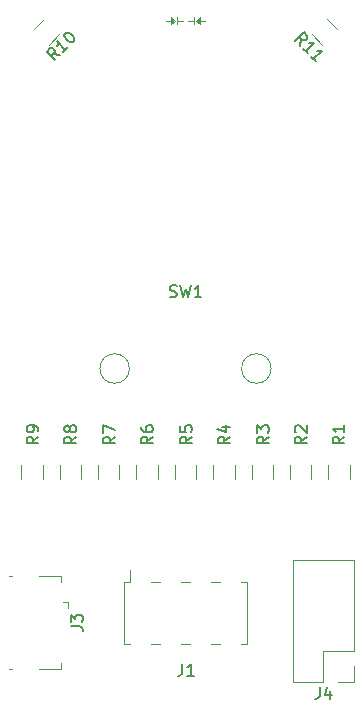
<source format=gbr>
%TF.GenerationSoftware,KiCad,Pcbnew,5.1.6-c6e7f7d~87~ubuntu20.04.1*%
%TF.CreationDate,2020-08-20T18:56:20-06:00*%
%TF.ProjectId,decade,64656361-6465-42e6-9b69-6361645f7063,rev?*%
%TF.SameCoordinates,Original*%
%TF.FileFunction,Legend,Top*%
%TF.FilePolarity,Positive*%
%FSLAX46Y46*%
G04 Gerber Fmt 4.6, Leading zero omitted, Abs format (unit mm)*
G04 Created by KiCad (PCBNEW 5.1.6-c6e7f7d~87~ubuntu20.04.1) date 2020-08-20 18:56:20*
%MOMM*%
%LPD*%
G01*
G04 APERTURE LIST*
%ADD10C,0.120000*%
%ADD11C,0.100000*%
%ADD12C,0.150000*%
G04 APERTURE END LIST*
D10*
%TO.C,D2*%
X116250000Y-51550000D02*
X116650000Y-51550000D01*
X115750000Y-51550000D02*
X115250000Y-51550000D01*
D11*
G36*
X116250000Y-51250000D02*
G01*
X115850000Y-51550000D01*
X116250000Y-51850000D01*
X116250000Y-51250000D01*
G37*
X116250000Y-51250000D02*
X115850000Y-51550000D01*
X116250000Y-51850000D01*
X116250000Y-51250000D01*
D10*
X115750000Y-51850000D02*
X115750000Y-51250000D01*
%TO.C,D1*%
X113750000Y-51550000D02*
X113350000Y-51550000D01*
X114250000Y-51550000D02*
X114750000Y-51550000D01*
D11*
G36*
X113750000Y-51850000D02*
G01*
X114150000Y-51550000D01*
X113750000Y-51250000D01*
X113750000Y-51850000D01*
G37*
X113750000Y-51850000D02*
X114150000Y-51550000D01*
X113750000Y-51250000D01*
X113750000Y-51850000D01*
D10*
X114250000Y-51250000D02*
X114250000Y-51850000D01*
%TO.C,J4*%
X129280000Y-107530000D02*
X127950000Y-107530000D01*
X129280000Y-106200000D02*
X129280000Y-107530000D01*
X126680000Y-107530000D02*
X124080000Y-107530000D01*
X126680000Y-104930000D02*
X126680000Y-107530000D01*
X129280000Y-104930000D02*
X126680000Y-104930000D01*
X124080000Y-107530000D02*
X124080000Y-97250000D01*
X129280000Y-104930000D02*
X129280000Y-97250000D01*
X129280000Y-97250000D02*
X124080000Y-97250000D01*
%TO.C,J3*%
X105037500Y-100800000D02*
X104587500Y-100800000D01*
X105037500Y-100800000D02*
X105037500Y-101250000D01*
X104487500Y-106400000D02*
X104487500Y-105950000D01*
X102637500Y-106400000D02*
X104487500Y-106400000D01*
X100087500Y-98600000D02*
X100337500Y-98600000D01*
X100087500Y-106400000D02*
X100337500Y-106400000D01*
X102637500Y-98600000D02*
X104487500Y-98600000D01*
X104487500Y-98600000D02*
X104487500Y-99050000D01*
%TO.C,R11*%
X126532256Y-53569191D02*
X125680809Y-52717744D01*
X127819191Y-52282256D02*
X126967744Y-51430809D01*
%TO.C,R10*%
X102180809Y-52282256D02*
X103032256Y-51430809D01*
X103467744Y-53569191D02*
X104319191Y-52717744D01*
%TO.C,J1*%
X110295000Y-98030000D02*
X110295000Y-99050000D01*
X110295000Y-99050000D02*
X109810000Y-99050000D01*
X109810000Y-99050000D02*
X109810000Y-104350000D01*
X109810000Y-104350000D02*
X110295000Y-104350000D01*
X119705000Y-99050000D02*
X120190000Y-99050000D01*
X120190000Y-99050000D02*
X120190000Y-104350000D01*
X120190000Y-104350000D02*
X119705000Y-104350000D01*
X112085000Y-99050000D02*
X112835000Y-99050000D01*
X112085000Y-104350000D02*
X112835000Y-104350000D01*
X114625000Y-99050000D02*
X115375000Y-99050000D01*
X114625000Y-104350000D02*
X115375000Y-104350000D01*
X117165000Y-99050000D02*
X117915000Y-99050000D01*
X117165000Y-104350000D02*
X117915000Y-104350000D01*
%TO.C,2.1MM*%
X110250000Y-81000000D02*
G75*
G03*
X110250000Y-81000000I-1250000J0D01*
G01*
X122250000Y-81000000D02*
G75*
G03*
X122250000Y-81000000I-1250000J0D01*
G01*
%TO.C,R1*%
X128910000Y-89147936D02*
X128910000Y-90352064D01*
X127090000Y-89147936D02*
X127090000Y-90352064D01*
%TO.C,R2*%
X123840000Y-90352064D02*
X123840000Y-89147936D01*
X125660000Y-90352064D02*
X125660000Y-89147936D01*
%TO.C,R3*%
X122410000Y-89147936D02*
X122410000Y-90352064D01*
X120590000Y-89147936D02*
X120590000Y-90352064D01*
%TO.C,R4*%
X117340000Y-90352064D02*
X117340000Y-89147936D01*
X119160000Y-90352064D02*
X119160000Y-89147936D01*
%TO.C,R5*%
X115910000Y-89147936D02*
X115910000Y-90352064D01*
X114090000Y-89147936D02*
X114090000Y-90352064D01*
%TO.C,R6*%
X110840000Y-90352064D02*
X110840000Y-89147936D01*
X112660000Y-90352064D02*
X112660000Y-89147936D01*
%TO.C,R7*%
X109410000Y-89147936D02*
X109410000Y-90352064D01*
X107590000Y-89147936D02*
X107590000Y-90352064D01*
%TO.C,R8*%
X104340000Y-90352064D02*
X104340000Y-89147936D01*
X106160000Y-90352064D02*
X106160000Y-89147936D01*
%TO.C,R9*%
X102910000Y-89147936D02*
X102910000Y-90352064D01*
X101090000Y-89147936D02*
X101090000Y-90352064D01*
%TO.C,J4*%
D12*
X126346666Y-107982380D02*
X126346666Y-108696666D01*
X126299047Y-108839523D01*
X126203809Y-108934761D01*
X126060952Y-108982380D01*
X125965714Y-108982380D01*
X127251428Y-108315714D02*
X127251428Y-108982380D01*
X127013333Y-107934761D02*
X126775238Y-108649047D01*
X127394285Y-108649047D01*
%TO.C,J3*%
X105289880Y-102833333D02*
X106004166Y-102833333D01*
X106147023Y-102880952D01*
X106242261Y-102976190D01*
X106289880Y-103119047D01*
X106289880Y-103214285D01*
X105289880Y-102452380D02*
X105289880Y-101833333D01*
X105670833Y-102166666D01*
X105670833Y-102023809D01*
X105718452Y-101928571D01*
X105766071Y-101880952D01*
X105861309Y-101833333D01*
X106099404Y-101833333D01*
X106194642Y-101880952D01*
X106242261Y-101928571D01*
X106289880Y-102023809D01*
X106289880Y-102309523D01*
X106242261Y-102404761D01*
X106194642Y-102452380D01*
%TO.C,R11*%
X124688615Y-53652246D02*
X124789630Y-53079827D01*
X124284554Y-53248185D02*
X124991661Y-52541079D01*
X125261035Y-52810453D01*
X125294707Y-52911468D01*
X125294707Y-52978811D01*
X125261035Y-53079827D01*
X125160020Y-53180842D01*
X125059004Y-53214514D01*
X124991661Y-53214514D01*
X124890646Y-53180842D01*
X124621272Y-52911468D01*
X125362050Y-54325682D02*
X124957989Y-53921621D01*
X125160020Y-54123651D02*
X125867127Y-53416544D01*
X125698768Y-53450216D01*
X125564081Y-53450216D01*
X125463066Y-53416544D01*
X126035485Y-54999117D02*
X125631424Y-54595056D01*
X125833455Y-54797086D02*
X126540562Y-54089979D01*
X126372203Y-54123651D01*
X126237516Y-54123651D01*
X126136501Y-54089979D01*
%TO.C,R10*%
X104367133Y-54474450D02*
X103794714Y-54373435D01*
X103963072Y-54878511D02*
X103255966Y-54171404D01*
X103525340Y-53902030D01*
X103626355Y-53868358D01*
X103693698Y-53868358D01*
X103794714Y-53902030D01*
X103895729Y-54003045D01*
X103929401Y-54104061D01*
X103929401Y-54171404D01*
X103895729Y-54272419D01*
X103626355Y-54541793D01*
X105040569Y-53801015D02*
X104636508Y-54205076D01*
X104838538Y-54003045D02*
X104131431Y-53295938D01*
X104165103Y-53464297D01*
X104165103Y-53598984D01*
X104131431Y-53700000D01*
X104771195Y-52656175D02*
X104838538Y-52588832D01*
X104939553Y-52555160D01*
X105006897Y-52555160D01*
X105107912Y-52588832D01*
X105276271Y-52689847D01*
X105444630Y-52858206D01*
X105545645Y-53026564D01*
X105579317Y-53127580D01*
X105579317Y-53194923D01*
X105545645Y-53295938D01*
X105478301Y-53363282D01*
X105377286Y-53396954D01*
X105309943Y-53396954D01*
X105208927Y-53363282D01*
X105040569Y-53262267D01*
X104872210Y-53093908D01*
X104771195Y-52925549D01*
X104737523Y-52824534D01*
X104737523Y-52757190D01*
X104771195Y-52656175D01*
%TO.C,J1*%
X114716666Y-106002380D02*
X114716666Y-106716666D01*
X114669047Y-106859523D01*
X114573809Y-106954761D01*
X114430952Y-107002380D01*
X114335714Y-107002380D01*
X115716666Y-107002380D02*
X115145238Y-107002380D01*
X115430952Y-107002380D02*
X115430952Y-106002380D01*
X115335714Y-106145238D01*
X115240476Y-106240476D01*
X115145238Y-106288095D01*
%TO.C,SW1*%
X113666666Y-74904761D02*
X113809523Y-74952380D01*
X114047619Y-74952380D01*
X114142857Y-74904761D01*
X114190476Y-74857142D01*
X114238095Y-74761904D01*
X114238095Y-74666666D01*
X114190476Y-74571428D01*
X114142857Y-74523809D01*
X114047619Y-74476190D01*
X113857142Y-74428571D01*
X113761904Y-74380952D01*
X113714285Y-74333333D01*
X113666666Y-74238095D01*
X113666666Y-74142857D01*
X113714285Y-74047619D01*
X113761904Y-74000000D01*
X113857142Y-73952380D01*
X114095238Y-73952380D01*
X114238095Y-74000000D01*
X114571428Y-73952380D02*
X114809523Y-74952380D01*
X115000000Y-74238095D01*
X115190476Y-74952380D01*
X115428571Y-73952380D01*
X116333333Y-74952380D02*
X115761904Y-74952380D01*
X116047619Y-74952380D02*
X116047619Y-73952380D01*
X115952380Y-74095238D01*
X115857142Y-74190476D01*
X115761904Y-74238095D01*
%TO.C,R1*%
X128452380Y-86766666D02*
X127976190Y-87100000D01*
X128452380Y-87338095D02*
X127452380Y-87338095D01*
X127452380Y-86957142D01*
X127500000Y-86861904D01*
X127547619Y-86814285D01*
X127642857Y-86766666D01*
X127785714Y-86766666D01*
X127880952Y-86814285D01*
X127928571Y-86861904D01*
X127976190Y-86957142D01*
X127976190Y-87338095D01*
X128452380Y-85814285D02*
X128452380Y-86385714D01*
X128452380Y-86100000D02*
X127452380Y-86100000D01*
X127595238Y-86195238D01*
X127690476Y-86290476D01*
X127738095Y-86385714D01*
%TO.C,R2*%
X125252380Y-86766666D02*
X124776190Y-87100000D01*
X125252380Y-87338095D02*
X124252380Y-87338095D01*
X124252380Y-86957142D01*
X124300000Y-86861904D01*
X124347619Y-86814285D01*
X124442857Y-86766666D01*
X124585714Y-86766666D01*
X124680952Y-86814285D01*
X124728571Y-86861904D01*
X124776190Y-86957142D01*
X124776190Y-87338095D01*
X124347619Y-86385714D02*
X124300000Y-86338095D01*
X124252380Y-86242857D01*
X124252380Y-86004761D01*
X124300000Y-85909523D01*
X124347619Y-85861904D01*
X124442857Y-85814285D01*
X124538095Y-85814285D01*
X124680952Y-85861904D01*
X125252380Y-86433333D01*
X125252380Y-85814285D01*
%TO.C,R3*%
X122052380Y-86766666D02*
X121576190Y-87100000D01*
X122052380Y-87338095D02*
X121052380Y-87338095D01*
X121052380Y-86957142D01*
X121100000Y-86861904D01*
X121147619Y-86814285D01*
X121242857Y-86766666D01*
X121385714Y-86766666D01*
X121480952Y-86814285D01*
X121528571Y-86861904D01*
X121576190Y-86957142D01*
X121576190Y-87338095D01*
X121052380Y-86433333D02*
X121052380Y-85814285D01*
X121433333Y-86147619D01*
X121433333Y-86004761D01*
X121480952Y-85909523D01*
X121528571Y-85861904D01*
X121623809Y-85814285D01*
X121861904Y-85814285D01*
X121957142Y-85861904D01*
X122004761Y-85909523D01*
X122052380Y-86004761D01*
X122052380Y-86290476D01*
X122004761Y-86385714D01*
X121957142Y-86433333D01*
%TO.C,R4*%
X118752380Y-86766666D02*
X118276190Y-87100000D01*
X118752380Y-87338095D02*
X117752380Y-87338095D01*
X117752380Y-86957142D01*
X117800000Y-86861904D01*
X117847619Y-86814285D01*
X117942857Y-86766666D01*
X118085714Y-86766666D01*
X118180952Y-86814285D01*
X118228571Y-86861904D01*
X118276190Y-86957142D01*
X118276190Y-87338095D01*
X118085714Y-85909523D02*
X118752380Y-85909523D01*
X117704761Y-86147619D02*
X118419047Y-86385714D01*
X118419047Y-85766666D01*
%TO.C,R5*%
X115552380Y-86766666D02*
X115076190Y-87100000D01*
X115552380Y-87338095D02*
X114552380Y-87338095D01*
X114552380Y-86957142D01*
X114600000Y-86861904D01*
X114647619Y-86814285D01*
X114742857Y-86766666D01*
X114885714Y-86766666D01*
X114980952Y-86814285D01*
X115028571Y-86861904D01*
X115076190Y-86957142D01*
X115076190Y-87338095D01*
X114552380Y-85861904D02*
X114552380Y-86338095D01*
X115028571Y-86385714D01*
X114980952Y-86338095D01*
X114933333Y-86242857D01*
X114933333Y-86004761D01*
X114980952Y-85909523D01*
X115028571Y-85861904D01*
X115123809Y-85814285D01*
X115361904Y-85814285D01*
X115457142Y-85861904D01*
X115504761Y-85909523D01*
X115552380Y-86004761D01*
X115552380Y-86242857D01*
X115504761Y-86338095D01*
X115457142Y-86385714D01*
%TO.C,R6*%
X112252380Y-86766666D02*
X111776190Y-87100000D01*
X112252380Y-87338095D02*
X111252380Y-87338095D01*
X111252380Y-86957142D01*
X111300000Y-86861904D01*
X111347619Y-86814285D01*
X111442857Y-86766666D01*
X111585714Y-86766666D01*
X111680952Y-86814285D01*
X111728571Y-86861904D01*
X111776190Y-86957142D01*
X111776190Y-87338095D01*
X111252380Y-85909523D02*
X111252380Y-86100000D01*
X111300000Y-86195238D01*
X111347619Y-86242857D01*
X111490476Y-86338095D01*
X111680952Y-86385714D01*
X112061904Y-86385714D01*
X112157142Y-86338095D01*
X112204761Y-86290476D01*
X112252380Y-86195238D01*
X112252380Y-86004761D01*
X112204761Y-85909523D01*
X112157142Y-85861904D01*
X112061904Y-85814285D01*
X111823809Y-85814285D01*
X111728571Y-85861904D01*
X111680952Y-85909523D01*
X111633333Y-86004761D01*
X111633333Y-86195238D01*
X111680952Y-86290476D01*
X111728571Y-86338095D01*
X111823809Y-86385714D01*
%TO.C,R7*%
X109052380Y-86766666D02*
X108576190Y-87100000D01*
X109052380Y-87338095D02*
X108052380Y-87338095D01*
X108052380Y-86957142D01*
X108100000Y-86861904D01*
X108147619Y-86814285D01*
X108242857Y-86766666D01*
X108385714Y-86766666D01*
X108480952Y-86814285D01*
X108528571Y-86861904D01*
X108576190Y-86957142D01*
X108576190Y-87338095D01*
X108052380Y-86433333D02*
X108052380Y-85766666D01*
X109052380Y-86195238D01*
%TO.C,R8*%
X105752380Y-86766666D02*
X105276190Y-87100000D01*
X105752380Y-87338095D02*
X104752380Y-87338095D01*
X104752380Y-86957142D01*
X104800000Y-86861904D01*
X104847619Y-86814285D01*
X104942857Y-86766666D01*
X105085714Y-86766666D01*
X105180952Y-86814285D01*
X105228571Y-86861904D01*
X105276190Y-86957142D01*
X105276190Y-87338095D01*
X105180952Y-86195238D02*
X105133333Y-86290476D01*
X105085714Y-86338095D01*
X104990476Y-86385714D01*
X104942857Y-86385714D01*
X104847619Y-86338095D01*
X104800000Y-86290476D01*
X104752380Y-86195238D01*
X104752380Y-86004761D01*
X104800000Y-85909523D01*
X104847619Y-85861904D01*
X104942857Y-85814285D01*
X104990476Y-85814285D01*
X105085714Y-85861904D01*
X105133333Y-85909523D01*
X105180952Y-86004761D01*
X105180952Y-86195238D01*
X105228571Y-86290476D01*
X105276190Y-86338095D01*
X105371428Y-86385714D01*
X105561904Y-86385714D01*
X105657142Y-86338095D01*
X105704761Y-86290476D01*
X105752380Y-86195238D01*
X105752380Y-86004761D01*
X105704761Y-85909523D01*
X105657142Y-85861904D01*
X105561904Y-85814285D01*
X105371428Y-85814285D01*
X105276190Y-85861904D01*
X105228571Y-85909523D01*
X105180952Y-86004761D01*
%TO.C,R9*%
X102552380Y-86766666D02*
X102076190Y-87100000D01*
X102552380Y-87338095D02*
X101552380Y-87338095D01*
X101552380Y-86957142D01*
X101600000Y-86861904D01*
X101647619Y-86814285D01*
X101742857Y-86766666D01*
X101885714Y-86766666D01*
X101980952Y-86814285D01*
X102028571Y-86861904D01*
X102076190Y-86957142D01*
X102076190Y-87338095D01*
X102552380Y-86290476D02*
X102552380Y-86100000D01*
X102504761Y-86004761D01*
X102457142Y-85957142D01*
X102314285Y-85861904D01*
X102123809Y-85814285D01*
X101742857Y-85814285D01*
X101647619Y-85861904D01*
X101600000Y-85909523D01*
X101552380Y-86004761D01*
X101552380Y-86195238D01*
X101600000Y-86290476D01*
X101647619Y-86338095D01*
X101742857Y-86385714D01*
X101980952Y-86385714D01*
X102076190Y-86338095D01*
X102123809Y-86290476D01*
X102171428Y-86195238D01*
X102171428Y-86004761D01*
X102123809Y-85909523D01*
X102076190Y-85861904D01*
X101980952Y-85814285D01*
%TD*%
M02*

</source>
